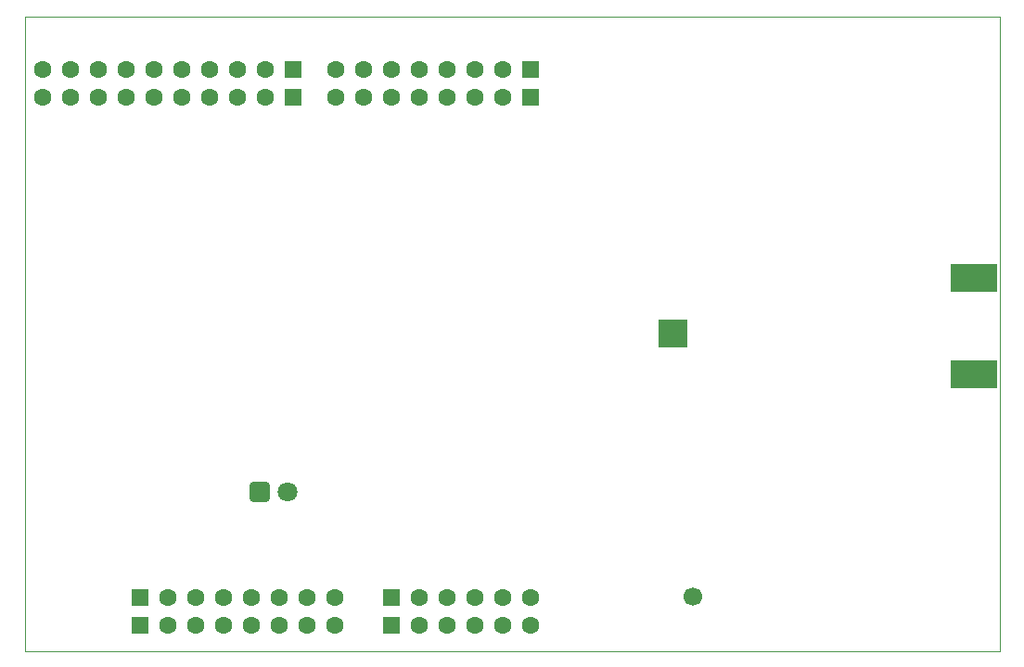
<source format=gbs>
G04 Layer_Color=16711935*
%FSAX43Y43*%
%MOMM*%
G71*
G01*
G75*
%ADD32C,0.050*%
%ADD36C,1.700*%
%ADD37C,1.600*%
%ADD40C,0.600*%
%ADD60R,1.600X1.600*%
G04:AMPARAMS|DCode=61|XSize=1.8mm|YSize=1.8mm|CornerRadius=0.22mm|HoleSize=0mm|Usage=FLASHONLY|Rotation=0.000|XOffset=0mm|YOffset=0mm|HoleType=Round|Shape=RoundedRectangle|*
%AMROUNDEDRECTD61*
21,1,1.800,1.360,0,0,0.0*
21,1,1.360,1.800,0,0,0.0*
1,1,0.440,0.680,-0.680*
1,1,0.440,-0.680,-0.680*
1,1,0.440,-0.680,0.680*
1,1,0.440,0.680,0.680*
%
%ADD61ROUNDEDRECTD61*%
%ADD62C,1.800*%
%ADD63R,4.300X2.513*%
G36*
X0060500Y0027700D02*
X0057900D01*
Y0030300D01*
X0060500D01*
Y0027700D01*
D02*
G37*
D32*
X0000000Y0000000D02*
Y0058000D01*
Y0000000D02*
X0089000D01*
Y0058000D01*
X0000000D02*
X0089000D01*
D36*
X0061000Y0005000D02*
D03*
D37*
X0028420Y0050610D02*
D03*
X0030960D02*
D03*
X0033500D02*
D03*
X0036040D02*
D03*
X0038580D02*
D03*
X0041120D02*
D03*
X0043660D02*
D03*
X0021960D02*
D03*
X0016880D02*
D03*
X0014340D02*
D03*
X0011800D02*
D03*
X0009260D02*
D03*
X0006720D02*
D03*
X0004180D02*
D03*
X0001640D02*
D03*
X0019420D02*
D03*
X0036040Y0002350D02*
D03*
X0038580D02*
D03*
X0041120D02*
D03*
X0043660D02*
D03*
X0046200D02*
D03*
X0028280D02*
D03*
X0025740D02*
D03*
X0023200D02*
D03*
X0020660D02*
D03*
X0018120D02*
D03*
X0015580D02*
D03*
X0013040D02*
D03*
X0036040Y0004890D02*
D03*
X0038580D02*
D03*
X0041120D02*
D03*
X0043660D02*
D03*
X0046200D02*
D03*
X0013040D02*
D03*
X0015580D02*
D03*
X0018120D02*
D03*
X0020660D02*
D03*
X0023200D02*
D03*
X0025740D02*
D03*
X0028280D02*
D03*
X0019420Y0053150D02*
D03*
X0001640D02*
D03*
X0004180D02*
D03*
X0006720D02*
D03*
X0009260D02*
D03*
X0011800D02*
D03*
X0014340D02*
D03*
X0016880D02*
D03*
X0021960D02*
D03*
X0043660D02*
D03*
X0041120D02*
D03*
X0038580D02*
D03*
X0036040D02*
D03*
X0033500D02*
D03*
X0030960D02*
D03*
X0028420D02*
D03*
D40*
X0059500Y0029300D02*
D03*
X0058300Y0029900D02*
D03*
X0059500D02*
D03*
X0058900D02*
D03*
X0060100D02*
D03*
X0058900Y0029300D02*
D03*
X0060100D02*
D03*
X0058300D02*
D03*
X0060100Y0028700D02*
D03*
X0059500D02*
D03*
X0060100Y0028100D02*
D03*
X0059500D02*
D03*
X0058900D02*
D03*
X0058300D02*
D03*
Y0028700D02*
D03*
X0058900D02*
D03*
D60*
X0046200Y0050610D02*
D03*
X0024500D02*
D03*
X0033500Y0002350D02*
D03*
X0010500D02*
D03*
X0033500Y0004890D02*
D03*
X0010500D02*
D03*
X0024500Y0053150D02*
D03*
X0046200D02*
D03*
D61*
X0021450Y0014550D02*
D03*
D62*
X0023990D02*
D03*
D63*
X0086650Y0025295D02*
D03*
Y0034055D02*
D03*
M02*

</source>
